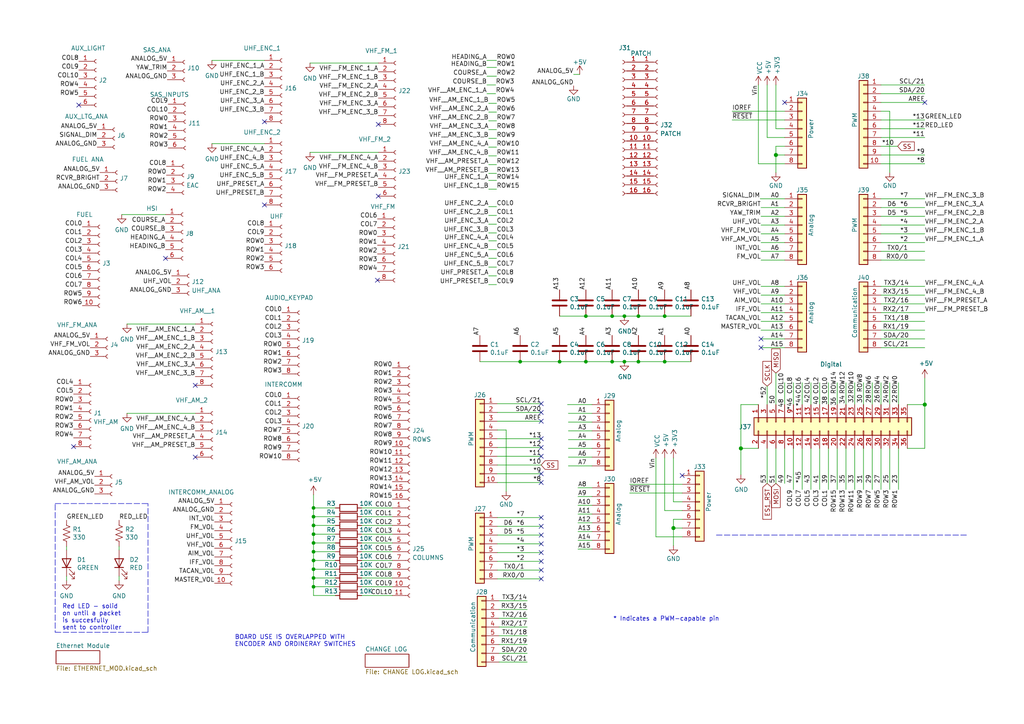
<source format=kicad_sch>
(kicad_sch (version 20211123) (generator eeschema)
  (paper "A4")
  (title_block (date "mar. 31 mars 2015"))
  (junction (at 214.884 130.048) (diameter 1.016))
  (junction (at 185.166 104.902))
  (junction (at 90.932 147.32))
  (junction (at 225.044 44.958) (diameter 1.016))
  (junction (at 181.102 104.902))
  (junction (at 169.926 91.694))
  (junction (at 90.932 157.48))
  (junction (at 90.932 149.86))
  (junction (at 90.932 165.1))
  (junction (at 150.876 104.902))
  (junction (at 177.546 104.902))
  (junction (at 90.932 152.4))
  (junction (at 90.932 167.64))
  (junction (at 181.102 91.694))
  (junction (at 90.932 154.94))
  (junction (at 185.166 91.694))
  (junction (at 169.926 104.902))
  (junction (at 177.546 91.694))
  (junction (at 90.932 160.02))
  (junction (at 192.786 91.694))
  (junction (at 162.306 104.902))
  (junction (at 90.932 162.56))
  (junction (at 195.326 153.162) (diameter 1.016))
  (junction (at 90.932 170.18))
  (junction (at 192.786 104.902))
  (junction (at 268.224 117.348) (diameter 1.016))
  (no_connect (at 156.972 122.174))
  (no_connect (at 156.972 167.894))
  (no_connect (at 156.972 119.634))
  (no_connect (at 109.728 56.896))
  (no_connect (at 21.336 129.54))
  (no_connect (at 22.86 30.48))
  (no_connect (at 156.972 162.814))
  (no_connect (at 156.972 165.354))
  (no_connect (at 156.972 117.094))
  (no_connect (at 156.972 129.794))
  (no_connect (at 109.474 81.28))
  (no_connect (at 156.972 132.334))
  (no_connect (at 56.642 132.588))
  (no_connect (at 156.972 139.954))
  (no_connect (at 220.726 98.298))
  (no_connect (at 220.726 100.838))
  (no_connect (at 156.972 152.654))
  (no_connect (at 156.972 137.414))
  (no_connect (at 56.642 111.76))
  (no_connect (at 156.972 150.114))
  (no_connect (at 197.866 137.922))
  (no_connect (at 156.972 160.274))
  (no_connect (at 156.972 155.194))
  (no_connect (at 76.708 35.306))
  (no_connect (at 156.972 127.254))
  (no_connect (at 48.006 74.93))
  (no_connect (at 227.584 29.718))
  (no_connect (at 268.224 29.718))
  (no_connect (at 76.708 59.436))
  (no_connect (at 109.728 36.068))
  (no_connect (at 156.972 157.734))
  (wire (pts (xy 255.524 75.438) (xy 268.224 75.438)))
  (wire (pts (xy 144.018 47.752) (xy 141.732 47.752)))
  (wire (pts (xy 104.902 170.18) (xy 113.792 170.18)))
  (wire (pts (xy 220.472 57.658) (xy 227.584 57.658)))
  (polyline (pts (xy 42.926 183.388) (xy 42.926 146.05)))
  (wire (pts (xy 144.272 167.894) (xy 156.972 167.894)))
  (wire (pts (xy 220.726 62.738) (xy 227.584 62.738)))
  (wire (pts (xy 190.246 155.702) (xy 190.246 132.842)))
  (wire (pts (xy 237.744 110.998) (xy 237.744 117.348)))
  (wire (pts (xy 177.546 91.694) (xy 169.926 91.694)))
  (wire (pts (xy 104.902 154.94) (xy 113.792 154.94)))
  (wire (pts (xy 141.732 52.324) (xy 144.018 52.324)))
  (wire (pts (xy 97.282 170.18) (xy 90.932 170.18)))
  (wire (pts (xy 220.726 83.058) (xy 227.584 83.058)))
  (wire (pts (xy 255.524 24.638) (xy 268.224 24.638)))
  (polyline (pts (xy 16.002 146.05) (xy 42.926 146.05)))
  (wire (pts (xy 220.726 100.838) (xy 227.584 100.838)))
  (wire (pts (xy 146.812 124.714) (xy 146.812 142.494)))
  (wire (pts (xy 144.272 160.274) (xy 156.972 160.274)))
  (wire (pts (xy 141.732 42.672) (xy 144.018 42.672)))
  (wire (pts (xy 268.224 117.348) (xy 268.224 130.048)))
  (wire (pts (xy 219.964 117.348) (xy 214.884 117.348)))
  (wire (pts (xy 220.726 90.678) (xy 227.584 90.678)))
  (wire (pts (xy 164.846 130.048) (xy 171.704 130.048)))
  (wire (pts (xy 177.546 104.902) (xy 181.102 104.902)))
  (wire (pts (xy 141.224 27.178) (xy 143.764 27.178)))
  (wire (pts (xy 245.364 110.998) (xy 245.364 117.348)))
  (wire (pts (xy 90.932 170.18) (xy 90.932 172.72)))
  (wire (pts (xy 255.524 88.138) (xy 268.224 88.138)))
  (wire (pts (xy 225.044 42.418) (xy 225.044 44.958)))
  (wire (pts (xy 141.732 72.39) (xy 144.018 72.39)))
  (wire (pts (xy 220.726 75.438) (xy 227.584 75.438)))
  (wire (pts (xy 89.916 44.196) (xy 109.728 44.196)))
  (wire (pts (xy 242.824 130.048) (xy 242.824 141.986)))
  (wire (pts (xy 164.846 135.128) (xy 171.704 135.128)))
  (wire (pts (xy 141.732 69.85) (xy 144.018 69.85)))
  (wire (pts (xy 164.846 122.428) (xy 171.704 122.428)))
  (wire (pts (xy 197.866 155.702) (xy 190.246 155.702)))
  (wire (pts (xy 225.044 108.204) (xy 225.044 117.348)))
  (wire (pts (xy 144.272 132.334) (xy 156.972 132.334)))
  (wire (pts (xy 141.732 74.93) (xy 144.018 74.93)))
  (wire (pts (xy 225.044 44.958) (xy 225.044 50.038)))
  (wire (pts (xy 200.406 104.902) (xy 192.786 104.902)))
  (wire (pts (xy 167.64 154.178) (xy 171.704 154.178)))
  (wire (pts (xy 255.524 130.048) (xy 255.524 141.986)))
  (wire (pts (xy 182.626 140.462) (xy 197.866 140.462)))
  (wire (pts (xy 225.044 37.338) (xy 227.584 37.338)))
  (wire (pts (xy 144.272 137.414) (xy 156.972 137.414)))
  (wire (pts (xy 90.932 167.64) (xy 90.932 170.18)))
  (wire (pts (xy 90.932 147.32) (xy 90.932 149.86)))
  (wire (pts (xy 182.626 143.002) (xy 197.866 143.002)))
  (wire (pts (xy 222.504 39.878) (xy 227.584 39.878)))
  (wire (pts (xy 245.364 130.048) (xy 245.364 141.986)))
  (wire (pts (xy 19.304 158.496) (xy 19.304 159.512)))
  (wire (pts (xy 222.504 24.638) (xy 222.504 39.878)))
  (wire (pts (xy 230.124 130.048) (xy 230.124 141.986)))
  (polyline (pts (xy 16.002 146.304) (xy 16.002 183.388)))
  (wire (pts (xy 252.984 130.048) (xy 252.984 141.986)))
  (wire (pts (xy 220.726 72.898) (xy 227.584 72.898)))
  (wire (pts (xy 144.272 152.654) (xy 156.972 152.654)))
  (wire (pts (xy 169.926 91.694) (xy 162.306 91.694)))
  (wire (pts (xy 255.524 34.798) (xy 268.224 34.798)))
  (wire (pts (xy 220.726 98.298) (xy 227.584 98.298)))
  (wire (pts (xy 225.044 24.638) (xy 225.044 37.338)))
  (wire (pts (xy 220.726 88.138) (xy 227.584 88.138)))
  (wire (pts (xy 255.524 57.658) (xy 268.224 57.658)))
  (wire (pts (xy 141.224 22.098) (xy 144.018 22.098)))
  (wire (pts (xy 255.524 42.418) (xy 260.35 42.418)))
  (wire (pts (xy 255.524 37.338) (xy 268.224 37.338)))
  (wire (pts (xy 227.584 110.998) (xy 227.584 117.348)))
  (wire (pts (xy 255.524 60.198) (xy 268.224 60.198)))
  (wire (pts (xy 144.78 174.244) (xy 152.908 174.244)))
  (wire (pts (xy 167.64 144.018) (xy 171.704 144.018)))
  (wire (pts (xy 192.786 132.842) (xy 192.786 148.082)))
  (wire (pts (xy 195.326 132.842) (xy 195.326 145.542)))
  (wire (pts (xy 255.524 95.758) (xy 268.224 95.758)))
  (wire (pts (xy 195.326 150.622) (xy 195.326 153.162)))
  (wire (pts (xy 97.282 162.56) (xy 90.932 162.56)))
  (wire (pts (xy 97.282 157.48) (xy 90.932 157.48)))
  (wire (pts (xy 144.78 179.324) (xy 152.908 179.324)))
  (wire (pts (xy 164.846 127.508) (xy 171.704 127.508)))
  (wire (pts (xy 181.102 91.694) (xy 185.166 91.694)))
  (wire (pts (xy 167.64 149.098) (xy 171.704 149.098)))
  (wire (pts (xy 141.732 67.564) (xy 144.018 67.564)))
  (wire (pts (xy 144.272 124.714) (xy 146.812 124.714)))
  (wire (pts (xy 214.884 117.348) (xy 214.884 130.048)))
  (wire (pts (xy 36.83 93.98) (xy 56.642 93.98)))
  (wire (pts (xy 97.282 149.86) (xy 90.932 149.86)))
  (wire (pts (xy 219.964 130.048) (xy 214.884 130.048)))
  (wire (pts (xy 35.306 62.23) (xy 48.006 62.23)))
  (wire (pts (xy 232.664 110.998) (xy 232.664 117.348)))
  (wire (pts (xy 255.524 44.958) (xy 268.224 44.958)))
  (wire (pts (xy 141.732 65.024) (xy 144.018 65.024)))
  (wire (pts (xy 141.732 35.052) (xy 144.018 35.052)))
  (wire (pts (xy 144.272 165.354) (xy 156.972 165.354)))
  (wire (pts (xy 220.726 67.818) (xy 227.584 67.818)))
  (wire (pts (xy 144.272 157.734) (xy 156.972 157.734)))
  (wire (pts (xy 36.83 119.888) (xy 56.642 119.888)))
  (wire (pts (xy 235.204 110.998) (xy 235.204 117.348)))
  (wire (pts (xy 232.664 130.048) (xy 232.664 141.986)))
  (wire (pts (xy 250.444 130.048) (xy 250.444 141.986)))
  (wire (pts (xy 227.584 130.048) (xy 227.584 140.208)))
  (wire (pts (xy 104.902 167.64) (xy 113.792 167.64)))
  (wire (pts (xy 255.524 65.278) (xy 268.224 65.278)))
  (wire (pts (xy 177.546 91.694) (xy 181.102 91.694)))
  (wire (pts (xy 242.824 110.998) (xy 242.824 117.348)))
  (wire (pts (xy 237.744 130.048) (xy 237.744 141.986)))
  (wire (pts (xy 90.932 160.02) (xy 90.932 162.56)))
  (wire (pts (xy 144.272 129.794) (xy 156.972 129.794)))
  (wire (pts (xy 220.726 70.358) (xy 227.584 70.358)))
  (wire (pts (xy 195.326 153.162) (xy 195.326 158.242)))
  (wire (pts (xy 212.344 32.258) (xy 227.584 32.258)))
  (wire (pts (xy 104.902 152.4) (xy 113.792 152.4)))
  (wire (pts (xy 144.78 176.784) (xy 152.908 176.784)))
  (wire (pts (xy 90.932 165.1) (xy 90.932 167.64)))
  (wire (pts (xy 197.866 150.622) (xy 195.326 150.622)))
  (wire (pts (xy 177.546 104.902) (xy 169.926 104.902)))
  (wire (pts (xy 104.902 162.56) (xy 113.792 162.56)))
  (wire (pts (xy 141.732 32.512) (xy 144.018 32.512)))
  (wire (pts (xy 167.64 156.718) (xy 171.704 156.718)))
  (wire (pts (xy 255.524 85.598) (xy 268.224 85.598)))
  (wire (pts (xy 268.224 109.728) (xy 268.224 117.348)))
  (wire (pts (xy 34.544 167.132) (xy 34.544 168.402)))
  (wire (pts (xy 97.282 160.02) (xy 90.932 160.02)))
  (wire (pts (xy 141.732 59.944) (xy 144.018 59.944)))
  (wire (pts (xy 90.932 162.56) (xy 90.932 165.1)))
  (wire (pts (xy 185.166 104.902) (xy 192.786 104.902)))
  (wire (pts (xy 258.064 32.258) (xy 258.064 50.038)))
  (wire (pts (xy 144.272 162.814) (xy 156.972 162.814)))
  (wire (pts (xy 255.524 100.838) (xy 268.224 100.838)))
  (wire (pts (xy 167.64 159.258) (xy 171.704 159.258)))
  (wire (pts (xy 144.78 192.024) (xy 152.908 192.024)))
  (wire (pts (xy 97.282 154.94) (xy 90.932 154.94)))
  (wire (pts (xy 255.524 29.718) (xy 268.224 29.718)))
  (wire (pts (xy 167.64 141.478) (xy 171.704 141.478)))
  (wire (pts (xy 263.144 117.348) (xy 268.224 117.348)))
  (wire (pts (xy 97.282 165.1) (xy 90.932 165.1)))
  (wire (pts (xy 260.604 110.998) (xy 260.604 117.348)))
  (wire (pts (xy 255.524 93.218) (xy 268.224 93.218)))
  (wire (pts (xy 220.726 65.278) (xy 227.584 65.278)))
  (wire (pts (xy 34.544 158.496) (xy 34.544 159.512)))
  (wire (pts (xy 144.78 186.944) (xy 152.908 186.944)))
  (wire (pts (xy 141.732 82.55) (xy 144.018 82.55)))
  (wire (pts (xy 141.224 24.638) (xy 143.764 24.638)))
  (wire (pts (xy 220.726 95.758) (xy 227.584 95.758)))
  (wire (pts (xy 167.64 151.638) (xy 171.704 151.638)))
  (wire (pts (xy 141.224 19.558) (xy 144.018 19.558)))
  (wire (pts (xy 212.344 34.798) (xy 227.584 34.798)))
  (wire (pts (xy 104.902 172.72) (xy 113.792 172.72)))
  (wire (pts (xy 255.524 83.058) (xy 268.224 83.058)))
  (wire (pts (xy 169.926 104.902) (xy 162.306 104.902)))
  (wire (pts (xy 61.468 41.656) (xy 76.708 41.656)))
  (wire (pts (xy 227.584 44.958) (xy 225.044 44.958)))
  (wire (pts (xy 89.916 18.288) (xy 109.728 18.288)))
  (wire (pts (xy 258.064 110.998) (xy 258.064 117.348)))
  (wire (pts (xy 104.902 147.32) (xy 113.792 147.32)))
  (wire (pts (xy 144.272 155.194) (xy 156.972 155.194)))
  (wire (pts (xy 141.732 40.132) (xy 144.018 40.132)))
  (wire (pts (xy 139.192 104.902) (xy 150.876 104.902)))
  (wire (pts (xy 195.326 145.542) (xy 197.866 145.542)))
  (wire (pts (xy 250.444 110.998) (xy 250.444 117.348)))
  (polyline (pts (xy 16.002 183.388) (xy 42.926 183.388)))
  (wire (pts (xy 144.272 150.114) (xy 156.972 150.114)))
  (wire (pts (xy 220.726 60.198) (xy 227.584 60.198)))
  (wire (pts (xy 255.524 110.998) (xy 255.524 117.348)))
  (wire (pts (xy 227.584 47.498) (xy 219.964 47.498)))
  (wire (pts (xy 222.504 112.014) (xy 222.504 117.348)))
  (wire (pts (xy 220.726 85.598) (xy 227.584 85.598)))
  (wire (pts (xy 230.124 110.998) (xy 230.124 117.348)))
  (wire (pts (xy 141.732 80.01) (xy 144.018 80.01)))
  (wire (pts (xy 97.282 147.32) (xy 90.932 147.32)))
  (wire (pts (xy 225.044 130.048) (xy 225.044 140.208)))
  (wire (pts (xy 247.904 110.998) (xy 247.904 117.348)))
  (wire (pts (xy 150.876 104.902) (xy 162.306 104.902)))
  (wire (pts (xy 144.018 50.292) (xy 141.732 50.292)))
  (wire (pts (xy 144.272 122.174) (xy 156.972 122.174)))
  (wire (pts (xy 240.284 110.998) (xy 240.284 117.348)))
  (wire (pts (xy 104.902 165.1) (xy 113.792 165.1)))
  (wire (pts (xy 90.932 157.48) (xy 90.932 160.02)))
  (wire (pts (xy 97.282 167.64) (xy 90.932 167.64)))
  (wire (pts (xy 247.904 130.048) (xy 247.904 141.986)))
  (wire (pts (xy 141.732 77.47) (xy 144.018 77.47)))
  (wire (pts (xy 164.846 132.588) (xy 171.704 132.588)))
  (wire (pts (xy 144.78 181.864) (xy 152.908 181.864)))
  (wire (pts (xy 144.272 127.254) (xy 156.972 127.254)))
  (wire (pts (xy 222.504 130.048) (xy 222.504 140.208)))
  (wire (pts (xy 255.524 90.678) (xy 268.224 90.678)))
  (wire (pts (xy 255.524 32.258) (xy 258.064 32.258)))
  (wire (pts (xy 185.166 91.694) (xy 192.786 91.694)))
  (wire (pts (xy 240.284 130.048) (xy 240.284 141.986)))
  (wire (pts (xy 104.902 149.86) (xy 113.792 149.86)))
  (wire (pts (xy 220.726 93.218) (xy 227.584 93.218)))
  (wire (pts (xy 90.932 149.86) (xy 90.932 152.4)))
  (wire (pts (xy 227.584 42.418) (xy 225.044 42.418)))
  (wire (pts (xy 141.732 54.864) (xy 144.018 54.864)))
  (wire (pts (xy 144.78 184.404) (xy 152.908 184.404)))
  (wire (pts (xy 255.524 39.878) (xy 268.224 39.878)))
  (wire (pts (xy 181.102 104.902) (xy 185.166 104.902)))
  (wire (pts (xy 200.406 91.694) (xy 192.786 91.694)))
  (wire (pts (xy 197.866 153.162) (xy 195.326 153.162)))
  (wire (pts (xy 144.272 139.954) (xy 156.972 139.954)))
  (wire (pts (xy 164.846 119.888) (xy 171.704 119.888)))
  (wire (pts (xy 104.902 157.48) (xy 113.792 157.48)))
  (wire (pts (xy 255.524 62.738) (xy 268.224 62.738)))
  (wire (pts (xy 144.78 189.484) (xy 152.908 189.484)))
  (wire (pts (xy 164.592 117.348) (xy 171.704 117.348)))
  (wire (pts (xy 144.272 119.634) (xy 156.972 119.634)))
  (wire (pts (xy 164.846 124.968) (xy 171.704 124.968)))
  (wire (pts (xy 255.524 98.298) (xy 268.224 98.298)))
  (wire (pts (xy 141.224 17.526) (xy 144.018 17.526)))
  (wire (pts (xy 268.224 130.048) (xy 263.144 130.048)))
  (wire (pts (xy 166.37 21.59) (xy 168.148 21.59)))
  (wire (pts (xy 90.932 152.4) (xy 90.932 154.94)))
  (wire (pts (xy 61.468 17.526) (xy 76.708 17.526)))
  (wire (pts (xy 260.604 130.048) (xy 260.604 141.986)))
  (wire (pts (xy 255.524 27.178) (xy 268.224 27.178)))
  (wire (pts (xy 90.932 143.51) (xy 90.932 147.32)))
  (wire (pts (xy 144.272 117.094) (xy 156.972 117.094)))
  (wire (pts (xy 258.064 130.048) (xy 258.064 141.986)))
  (wire (pts (xy 104.902 160.02) (xy 113.792 160.02)))
  (wire (pts (xy 255.524 70.358) (xy 268.224 70.358)))
  (wire (pts (xy 252.984 110.998) (xy 252.984 117.348)))
  (wire (pts (xy 97.282 152.4) (xy 90.932 152.4)))
  (wire (pts (xy 141.732 37.592) (xy 144.018 37.592)))
  (polyline (pts (xy 207.772 155.194) (xy 280.67 155.194)))
  (wire (pts (xy 255.524 67.818) (xy 268.224 67.818)))
  (wire (pts (xy 90.932 172.72) (xy 97.282 172.72)))
  (wire (pts (xy 141.732 62.484) (xy 144.018 62.484)))
  (wire (pts (xy 235.204 130.048) (xy 235.204 141.986)))
  (wire (pts (xy 141.732 29.972) (xy 144.018 29.972)))
  (wire (pts (xy 167.64 146.558) (xy 171.704 146.558)))
  (wire (pts (xy 90.932 154.94) (xy 90.932 157.48)))
  (wire (pts (xy 255.524 72.898) (xy 268.224 72.898)))
  (wire (pts (xy 141.732 45.212) (xy 144.018 45.212)))
  (wire (pts (xy 219.964 47.498) (xy 219.964 24.638)))
  (wire (pts (xy 214.884 130.048) (xy 214.884 137.668)))
  (wire (pts (xy 144.272 134.874) (xy 156.972 134.874)))
  (wire (pts (xy 192.786 148.082) (xy 197.866 148.082)))
  (wire (pts (xy 19.304 167.132) (xy 19.304 168.402)))
  (wire (pts (xy 255.524 47.498) (xy 268.224 47.498)))
  (text "BOARD USE IS OVERLAPPED WITH\nENCODER AND ORDINERAY SWITCHES" (at 68.072 187.706 0) (effects (font (size 1.27 1.27)) (justify left bottom)))
  (text "Red LED - solid\non until a packet\nis succesfully \nsent to controller" (at 18.034 182.88 0) (effects (font (size 1.27 1.27)) (justify left bottom)))
  (text "* Indicates a PWM-capable pin" (at 177.8 180.34 0) (effects (font (size 1.27 1.27)) (justify left bottom)))
  (text "correct intercomm" (at 95.758 232.664 0) (effects (font (size 5 5)) (justify left bottom)))
  (label "VHF__FM_ENC_4_A" (at 268.224 83.058 0))
  (label "A10" (at 223.52 88.138 0))
  (label "RCVR_BRIGHT" (at 28.956 52.578 180))
  (label "*6" (at 152.146 152.654 180))
  (label "VHF_VOL" (at 220.726 85.598 180))
  (label "RX0{slash}0" (at 263.398 75.438 180))
  (label "COL6" (at 109.474 63.5 180))
  (label "A15" (at 223.52 100.838 0))
  (label "ROW9" (at 113.792 129.54 180))
  (label "ROW5" (at 113.792 119.38 180))
  (label "ROW12" (at 144.018 47.752 0))
  (label "ROW2" (at 21.336 121.92 180))
  (label "D6" (at 146.05 152.654 0))
  (label "ROW4" (at 255.524 114.3 90))
  (label "COL3" (at 237.744 141.986 270))
  (label "ROW3" (at 76.708 78.486 180))
  (label "UHF_ENC_3_B" (at 76.708 32.766 180))
  (label "COL3" (at 81.788 98.298 180))
  (label "A2" (at 223.52 62.738 0))
  (label "RX2{slash}17" (at 263.652 90.678 180))
  (label "A6" (at 150.876 97.282 90))
  (label "ANALOG_5V" (at 166.37 21.59 180))
  (label "VHF__FM_PRESET_B" (at 268.224 90.678 0))
  (label "UHF_PRESET_A" (at 76.708 54.356 180))
  (label "VHF__AM_ENC_3_A" (at 56.642 106.68 180))
  (label "A10" (at 167.64 146.558 0))
  (label "ROW3" (at 81.788 108.458 180))
  (label "*4" (at 263.398 65.278 180))
  (label "*8" (at 156.972 139.954 180))
  (label "COL2" (at 237.744 114.3 90))
  (label "COL10" (at 22.86 22.86 180))
  (label "ANALOG_5V" (at 27.432 138.176 180))
  (label "ROW15" (at 113.792 144.78 180))
  (label "COL1" (at 81.788 118.11 180))
  (label "D5" (at 257.302 62.738 0))
  (label "COL8" (at 48.26 48.26 180))
  (label "COL7" (at 113.792 165.1 180))
  (label "VHF__FM_ENC_4_B" (at 268.224 85.598 0))
  (label "ROW0" (at 260.604 114.3 90))
  (label "ROW2" (at 258.064 114.3 90))
  (label "A9" (at 167.64 144.018 0))
  (label "VHF__FM_PRESET_A" (at 109.728 51.816 180))
  (label "ROW8" (at 113.792 127 180))
  (label "COL10" (at 113.792 172.72 180))
  (label "COL2" (at 81.788 120.65 180))
  (label "RX3{slash}15" (at 152.908 176.784 180))
  (label "VHF__AM_ENC_2_A" (at 141.732 32.512 180))
  (label "ROW1" (at 48.26 53.34 180))
  (label "SDA{slash}20" (at 263.652 98.298 180))
  (label "26" (at 255.524 114.3 270))
  (label "COL0" (at 144.018 59.944 0))
  (label "UHF_ENC_1_A" (at 76.708 20.066 180))
  (label "RX1{slash}19" (at 152.908 186.944 180))
  (label "31" (at 250.444 140.208 90))
  (label "TACAN_VOL" (at 62.23 166.624 180))
  (label "COL5" (at 113.792 160.02 180))
  (label "VHF__FM_ENC_1_B" (at 109.728 23.368 180))
  (label "*2" (at 152.146 162.814 180))
  (label "22" (at 260.604 114.3 270))
  (label "COL4" (at 144.018 69.85 0))
  (label "A9" (at 192.786 84.074 90))
  (label "ROW6" (at 144.018 32.512 0))
  (label "COL2" (at 144.018 65.024 0))
  (label "ROW5" (at 255.524 141.986 270))
  (label "33" (at 247.904 140.208 90))
  (label "ROW0" (at 48.26 50.8 180))
  (label "36" (at 242.824 115.062 270))
  (label "MASTER_VOL" (at 62.23 169.164 180))
  (label "ROW14" (at 242.824 114.3 90))
  (label "*2" (at 263.398 70.358 180))
  (label "ROW1" (at 81.788 103.378 180))
  (label "ROW7" (at 81.788 125.73 180))
  (label "ROW3" (at 109.474 76.2 180))
  (label "Vin" (at 190.246 132.842 270))
  (label "ROW1" (at 21.336 119.38 180))
  (label "INT_VOL" (at 62.23 151.384 180))
  (label "VHF__FM_ENC_4_B" (at 109.728 49.276 180))
  (label "UHF_PRESET_A" (at 141.732 80.01 180))
  (label "UHF_ENC_4_A" (at 76.708 44.196 180))
  (label "*13" (at 156.972 127.254 180))
  (label "ROW14" (at 144.018 52.324 0))
  (label "VHF__AM_PRESET_B" (at 56.642 130.048 180))
  (label "A1" (at 167.64 119.888 0))
  (label "TX1{slash}18" (at 263.652 93.218 180))
  (label "A4" (at 167.64 127.508 0))
  (label "ROW9" (at 81.788 130.81 180))
  (label "ROW2" (at 48.768 40.386 180))
  (label "*44" (at 232.664 114.3 270))
  (label "A3" (at 223.52 65.278 0))
  (label "ROW0" (at 109.474 68.58 180))
  (label "COL4" (at 23.876 75.946 180))
  (label "UHF_ENC_1_B" (at 141.732 54.864 180))
  (label "ROW7" (at 113.792 124.46 180))
  (label "COL0" (at 240.284 114.3 90))
  (label "UHF_ENC_1_A" (at 141.732 52.324 180))
  (label "SIGNAL_DIM" (at 28.194 40.132 180))
  (label "ROW9" (at 250.444 141.986 270))
  (label "COL9" (at 22.86 20.32 180))
  (label "A2" (at 167.64 122.428 0))
  (label "RED_LED" (at 268.224 37.338 0))
  (label "*5" (at 152.146 155.194 180))
  (label "COL9" (at 76.708 68.326 180))
  (label "*13" (at 268.224 34.798 180))
  (label "COL9" (at 48.768 30.226 180))
  (label "VHF__AM_PRESET_A" (at 141.732 47.752 180))
  (label "ROW1" (at 76.708 73.406 180))
  (label "AIM_VOL" (at 220.726 88.138 180))
  (label "COL8" (at 22.86 17.78 180))
  (label "A2" (at 185.166 97.282 90))
  (label "ROW1" (at 109.474 71.12 180))
  (label "ROW5" (at 144.018 29.972 0))
  (label "*52" (at 222.504 112.014 270))
  (label "*12" (at 268.224 37.338 180))
  (label "ROW7" (at 144.018 35.052 0))
  (label "COL1" (at 144.018 62.484 0))
  (label "COL10" (at 48.768 32.766 180))
  (label "40" (at 237.744 114.808 270))
  (label "VHF_VOL" (at 62.23 159.004 180))
  (label "*10" (at 156.972 134.874 180))
  (label "COL7" (at 109.474 66.04 180))
  (label "GREEN_LED" (at 19.304 150.876 0))
  (label "~{RESET}" (at 212.344 34.798 0))
  (label "COL1" (at 81.788 93.218 180))
  (label "D6" (at 257.302 60.198 0))
  (label "COL6" (at 113.792 162.56 180))
  (label "VHF_AM_VOL" (at 27.432 140.716 180))
  (label "ROW6" (at 23.876 88.646 180))
  (label "VHF__FM_ENC_3_B" (at 268.224 57.658 0))
  (label "SDA{slash}20" (at 156.972 119.634 180))
  (label "ROW13" (at 144.018 50.292 0))
  (label "ROW1" (at 144.018 19.558 0))
  (label "35" (at 245.364 140.208 90))
  (label "COL3" (at 81.788 123.19 180))
  (label "ROW10" (at 247.904 114.3 90))
  (label "ROW2" (at 109.474 73.66 180))
  (label "COL3" (at 23.876 73.406 180))
  (label "A5" (at 167.64 130.048 0))
  (label "ROW0" (at 113.792 106.68 180))
  (label "COL6" (at 23.876 81.026 180))
  (label "VHF_AM_VOL" (at 220.726 70.358 180))
  (label "A7" (at 139.192 97.282 90))
  (label "UHF_ENC_1_B" (at 76.708 22.606 180))
  (label "ROW3" (at 21.336 124.46 180))
  (label "UHF_ENC_2_B" (at 76.708 27.686 180))
  (label "ROW3" (at 48.768 42.926 180))
  (label "COL0" (at 23.876 65.786 180))
  (label "*10" (at 259.334 42.418 180))
  (label "ROW1" (at 260.604 141.986 270))
  (label "A0" (at 167.64 117.348 0))
  (label "ROW7" (at 252.984 141.986 270))
  (label "*4" (at 152.146 157.734 180))
  (label "D5" (at 146.05 155.194 0))
  (label "INT_VOL" (at 220.726 72.898 180))
  (label "VHF__AM_ENC_2_B" (at 141.732 35.052 180))
  (label "VHF__FM_PRESET_B" (at 109.728 54.356 180))
  (label "ROW12" (at 113.792 137.16 180))
  (label "ROW5" (at 23.876 86.106 180))
  (label "VHF__AM_ENC_1_A" (at 141.224 27.178 180))
  (label "*12" (at 156.972 129.794 180))
  (label "COURSE_B" (at 141.224 24.638 180))
  (label "ANALOG_5V" (at 62.23 146.304 180))
  (label "VHF__FM_ENC_1_B" (at 268.224 67.818 0))
  (label "COL6" (at 144.018 74.93 0))
  (label "ROW4" (at 113.792 116.84 180))
  (label "VHF__AM_ENC_3_A" (at 141.732 37.592 180))
  (label "ROW11" (at 247.904 141.986 270))
  (label "ROW2" (at 48.26 55.88 180))
  (label "28" (at 252.984 114.3 270))
  (label "ANALOG_5V" (at 28.194 37.592 180))
  (label "ANALOG_5V" (at 48.514 18.034 180))
  (label "COL7" (at 232.664 141.986 270))
  (label "ROW2" (at 144.018 22.098 0))
  (label "UHF_PRESET_B" (at 141.732 82.55 180))
  (label "UHF_VOL" (at 220.726 65.278 180))
  (label "RED_LED" (at 34.544 150.876 0))
  (label "UHF_PRESET_B" (at 76.708 56.896 180))
  (label "ROW0" (at 76.708 70.866 180))
  (label "TX3{slash}14" (at 152.908 174.244 180))
  (label "*9" (at 156.972 137.414 180))
  (label "VHF__AM_ENC_4_A" (at 141.732 42.672 180))
  (label "23" (at 260.604 140.208 90))
  (label "COL6" (at 232.664 114.3 90))
  (label "COL5" (at 21.336 114.3 180))
  (label "ROW15" (at 144.018 54.864 0))
  (label "VHF__AM_ENC_3_B" (at 141.732 40.132 180))
  (label "ANALOG_GND" (at 49.784 85.09 180))
  (label "A1" (at 192.786 97.282 90))
  (label "A15" (at 167.64 159.258 0))
  (label "A3" (at 177.546 97.282 90))
  (label "VHF__AM_PRESET_B" (at 141.732 50.292 180))
  (label "UHF_VOL" (at 49.784 82.55 180))
  (label "SCL{slash}21" (at 152.908 192.024 180))
  (label "GREEN_LED" (at 268.224 34.798 0))
  (label "29" (at 252.984 140.208 90))
  (label "UHF_ENC_5_B" (at 76.708 51.816 180))
  (label "A13" (at 223.52 95.758 0))
  (label "COURSE_A" (at 141.224 22.098 180))
  (label "ROW9" (at 144.018 40.132 0))
  (label "ROW0" (at 48.768 35.306 180))
  (label "41" (at 237.744 140.208 90))
  (label "UHF_ENC_3_A" (at 141.732 65.024 180))
  (label "ROW3" (at 258.064 141.986 270))
  (label "30" (at 250.444 114.3 270))
  (label "47" (at 230.124 140.208 90))
  (label "34" (at 245.364 114.554 270))
  (label "FM_VOL" (at 220.726 75.438 180))
  (label "*45" (at 232.664 140.208 90))
  (label "COL5" (at 23.876 78.486 180))
  (label "ROW8" (at 81.788 128.27 180))
  (label "ROW0" (at 144.018 17.526 0))
  (label "ANALOG_GND" (at 48.514 23.114 180))
  (label "38" (at 240.284 114.808 270))
  (label "ROW10" (at 81.788 133.35 180))
  (label "ROW13" (at 245.364 141.986 270))
  (label "ROW4" (at 143.764 27.178 0))
  (label "A12" (at 167.64 151.638 0))
  (label "51" (at 225.044 140.208 90))
  (label "ROW2" (at 81.788 105.918 180))
  (label "VHF__AM_ENC_1_B" (at 56.642 99.06 180))
  (label "ANALOG_GND" (at 28.956 55.118 180))
  (label "ANALOG_5V" (at 28.956 50.038 180))
  (label "VHF__AM_ENC_2_B" (at 56.642 104.14 180))
  (label "ROW0" (at 81.788 100.838 180))
  (label "COL2" (at 81.788 95.758 180))
  (label "UHF_ENC_5_B" (at 141.732 77.47 180))
  (label "*7" (at 263.398 57.658 180))
  (label "SDA{slash}20" (at 268.224 27.178 180))
  (label "COL5" (at 144.018 72.39 0))
  (label "*8" (at 268.224 47.498 180))
  (label "ROW5" (at 22.86 27.94 180))
  (label "VHF__AM_ENC_2_A" (at 56.642 101.6 180))
  (label "ROW10" (at 113.792 132.08 180))
  (label "COL2" (at 23.876 70.866 180))
  (label "ROW11" (at 144.018 45.212 0))
  (label "ROW8" (at 144.018 37.592 0))
  (label "HEADING_B" (at 48.006 72.39 180))
  (label "ROW10" (at 144.018 42.672 0))
  (label "ROW6" (at 252.984 114.3 90))
  (label "COL9" (at 230.124 141.986 270))
  (label "COL4" (at 235.204 114.3 90))
  (label "ROW4" (at 109.474 78.74 180))
  (label "VHF__FM_PRESET_A" (at 268.224 88.138 0))
  (label "VHF__FM_ENC_3_A" (at 109.728 30.988 180))
  (label "A13" (at 162.306 84.074 90))
  (label "ANALOG_GND" (at 26.162 103.378 180))
  (label "VHF__AM_ENC_1_A" (at 56.642 96.52 180))
  (label "RX2{slash}17" (at 152.908 181.864 180))
  (label "ANALOG_5V" (at 49.784 80.01 180))
  (label "A9" (at 223.52 85.598 0))
  (label "UHF_ENC_2_A" (at 141.732 59.944 180))
  (label "ANALOG_5V" (at 26.162 98.298 180))
  (label "SCL{slash}21" (at 156.972 117.094 180))
  (label "RX0{slash}0" (at 152.146 167.894 180))
  (label "A10" (at 185.166 84.074 90))
  (label "UHF_ENC_2_A" (at 76.708 25.146 180))
  (label "*11" (at 268.224 39.878 180))
  (label "ROW4" (at 22.86 25.4 180))
  (label "*3" (at 263.398 67.818 180))
  (label "SIGNAL_DIM" (at 220.472 57.658 180))
  (label "COL4" (at 21.336 111.76 180))
  (label "UHF_ENC_4_B" (at 141.732 72.39 180))
  (label "UHF_VOL" (at 62.23 156.464 180))
  (label "FM_VOL" (at 62.23 153.924 180))
  (label "COL0" (at 81.788 115.57 180))
  (label "ROW2" (at 113.792 111.76 180))
  (label "A6" (at 223.52 72.898 0))
  (label "ANALOG_GND" (at 27.432 143.256 180))
  (label "TX1{slash}18" (at 152.908 184.404 180))
  (label "42" (at 235.204 114.3 270))
  (label "COL1" (at 240.284 141.986 270))
  (label "A1" (at 223.52 60.198 0))
  (label "53" (at 222.504 140.208 90))
  (label "SDA{slash}20" (at 152.908 189.484 180))
  (label "TX0{slash}1" (at 263.398 72.898 180))
  (label "A13" (at 167.64 154.178 0))
  (label "COL8" (at 76.708 65.786 180))
  (label "24" (at 258.064 114.3 270))
  (label "RCVR_BRIGHT" (at 220.726 60.198 180))
  (label "VHF__FM_ENC_1_A" (at 268.224 70.358 0))
  (label "RX1{slash}19" (at 263.652 95.758 180))
  (label "COL3" (at 144.018 67.564 0))
  (label "A0" (at 200.406 97.282 90))
  (label "IOREF" (at 182.626 140.462 0))
  (label "A12" (at 169.926 84.074 90))
  (label "A0" (at 223.52 57.658 0))
  (label "COL7" (at 23.876 83.566 180))
  (label "AREF" (at 268.224 29.718 180))
  (label "UHF_ENC_4_A" (at 141.732 69.85 180))
  (label "COL9" (at 113.792 170.18 180))
  (label "VHF__FM_ENC_2_A" (at 268.224 65.278 0))
  (label "A14" (at 223.52 98.298 0))
  (label "39" (at 240.284 140.208 90))
  (label "A8" (at 223.52 83.058 0))
  (label "A7" (at 167.64 135.128 0))
  (label "ROW11" (at 113.792 134.62 180))
  (label "VHF_FM_VOL" (at 26.162 100.838 180))
  (label "ROW1" (at 48.768 37.846 180))
  (label "ROW12" (at 245.364 114.3 90))
  (label "TACAN_VOL" (at 220.726 93.218 180))
  (label "Vin" (at 219.964 24.638 270))
  (label "A11" (at 177.546 84.074 90))
  (label "A6" (at 167.64 132.588 0))
  (label "COL7" (at 144.018 77.47 0))
  (label "27" (at 255.524 140.208 90))
  (label "VHF__FM_ENC_2_B" (at 268.224 62.738 0))
  (label "VHF__AM_ENC_3_B" (at 56.642 109.22 180))
  (label "ROW3" (at 113.792 114.3 180))
  (label "37" (at 242.824 140.208 90))
  (label "25" (at 258.064 140.208 90))
  (label "*6" (at 263.398 60.198 180))
  (label "VHF__AM_ENC_4_B" (at 56.642 124.968 180))
  (label "ROW6" (at 113.792 121.92 180))
  (label "UHF_ENC_5_A" (at 141.732 74.93 180))
  (label "*46" (at 230.124 115.316 270))
  (label "ROW15" (at 242.824 141.986 270))
  (label "COL9" (at 144.018 82.55 0))
  (label "SCL{slash}21" (at 268.224 24.638 180))
  (label "COL8" (at 230.124 114.3 90))
  (label "*9" (at 268.224 44.958 180))
  (label "~{RESET}" (at 182.626 143.002 0))
  (label "ROW1" (at 113.792 109.22 180))
  (label "VHF__AM_ENC_1_B" (at 141.732 29.972 180))
  (label "ANALOG_GND" (at 62.23 148.844 180))
  (label "UHF_ENC_5_A" (at 76.708 49.276 180))
  (label "ROW8" (at 250.444 113.792 90))
  (label "UHF_VOL" (at 220.726 83.058 180))
  (label "ROW2" (at 76.708 75.946 180))
  (label "50" (at 225.044 114.554 270))
  (label "TX2{slash}16" (at 263.652 88.138 180))
  (label "HEADING_B" (at 141.224 19.558 180))
  (label "COL0" (at 113.792 147.32 180))
  (label "COL4" (at 113.792 157.48 180))
  (label "COL0" (at 81.788 90.678 180))
  (label "IFF_VOL" (at 62.23 164.084 180))
  (label "ROW13" (at 113.792 139.7 180))
  (label "AIM_VOL" (at 62.23 161.544 180))
  (label "YAW_TRIM" (at 220.726 62.738 180))
  (label "VHF__FM_ENC_3_A" (at 268.224 60.198 0))
  (label "HEADING_A" (at 141.224 17.526 180))
  (label "TX0{slash}1" (at 152.146 165.354 180))
  (label "VHF_FM_VOL" (at 220.726 67.818 180))
  (label "COL10" (at 227.584 114.3 90))
  (label "UHF_ENC_3_B" (at 141.732 67.564 180))
  (label "COL1" (at 113.792 149.86 180))
  (label "A8" (at 200.406 84.074 90))
  (label "ROW0" (at 21.336 116.84 180))
  (label "*5" (at 263.398 62.738 180))
  (label "*11" (at 156.972 132.334 180))
  (label "COL1" (at 23.876 68.326 180))
  (label "ROW14" (at 113.792 142.24 180))
  (label "VHF__AM_PRESET_A" (at 56.642 127.508 180))
  (label "YAW_TRIM" (at 48.514 20.574 180))
  (label "AREF" (at 156.972 122.174 180))
  (label "ANALOG_GND" (at 28.194 42.672 180))
  (label "HEADING_A" (at 48.006 69.85 180))
  (label "COL5" (at 235.204 141.986 270))
  (label "VHF__AM_ENC_4_A" (at 56.642 122.428 180))
  (label "IOREF" (at 212.344 32.258 0))
  (label "TX2{slash}16" (at 152.908 179.324 180))
  (label "*7" (at 152.146 150.114 180))
  (label "VHF__FM_ENC_3_B" (at 109.728 33.528 180))
  (label "COURSE_A" (at 48.006 64.77 180))
  (label "A7" (at 223.52 75.438 0))
  (label "COURSE_B" (at 48.006 67.31 180))
  (label "UHF_ENC_4_B" (at 76.708 46.736 180))
  (label "A3" (at 167.64 124.968 0))
  (label "A11" (at 223.52 90.678 0))
  (label "A4" (at 223.52 67.818 0))
  (label "49" (at 227.584 140.208 90))
  (label "VHF__FM_ENC_1_A" (at 109.728 20.828 180))
  (label "COL2" (at 113.792 152.4 180))
  (label "A5" (at 162.306 97.282 90))
  (label "A5" (at 223.52 70.358 0))
  (label "RX3{slash}15" (at 263.652 85.598 180))
  (label "ROW3" (at 143.764 24.638 0))
  (label "ANALOG_GND" (at 166.37 24.892 180))
  (label "VHF__FM_ENC_2_A" (at 109.728 25.908 180))
  (label "COL3" (at 113.792 154.94 180))
  (label "IFF_VOL" (at 220.726 90.678 180))
  (label "TX3{slash}14" (at 263.652 83.058 180))
  (label "MASTER_VOL" (at 220.726 95.758 180))
  (label "VHF__FM_ENC_2_B" (at 109.728 28.448 180))
  (label "A11" (at 167.64 149.098 0))
  (label "VHF__AM_ENC_4_B" (at 141.732 45.212 180))
  (label "A8" (at 167.64 141.478 0))
  (label "COL8" (at 144.018 80.01 0))
  (label "A4" (at 169.926 97.282 90))
  (label "*3" (at 152.146 160.274 180))
  (label "ROW4" (at 21.336 127 180))
  (label "COL8" (at 113.792 167.64 180))
  (label "VHF__FM_ENC_4_A" (at 109.728 46.736 180))
  (label "UHF_ENC_3_A" (at 76.708 30.226 180))
  (label "32" (at 247.904 114.3 270))
  (label "43" (at 235.204 140.208 90))
  (label "A12" (at 223.52 93.218 0))
  (label "A14" (at 167.64 156.718 0))
  (label "UHF_ENC_2_B" (at 141.732 62.484 180))
  (label "SCL{slash}21" (at 263.652 100.838 180))
  (label "48" (at 227.584 115.57 270))
  (global_label "SS" (shape input) (at 156.972 134.874 0) (property "Intersheet References" "${INTERSHEET_REFS}" (effects hide)))
  (global_label "SS" (shape input) (at 260.35 42.418 0) (property "Intersheet References" "${INTERSHEET_REFS}" (effects hide)))
  (global_label "ES1_RST" (shape input) (at 222.504 140.208 270) (property "Intersheet References" "${INTERSHEET_REFS}" (effects hide)))
  (global_label "MISO" (shape input) (at 225.044 108.204 90) (property "Intersheet References" "${INTERSHEET_REFS}" (effects hide)))
  (global_label "MOSI" (shape input) (at 225.044 140.208 270) (property "Intersheet References" "${INTERSHEET_REFS}" (effects hide)))
  (global_label "SCLK" (shape input) (at 222.504 112.014 90) (property "Intersheet References" "${INTERSHEET_REFS}" (effects hide)))
  (symbol (lib_id "Connector_Generic:Conn_01x08") (at 232.664 37.338 0) (unit 1)
    (property "Reference" "J34" (at 232.664 27.178 0))
    (property "Value" "Power" (at 235.204 37.338 90))
    (property "Footprint" "Connector_PinSocket_2.54mm:PinSocket_1x08_P2.54mm_Vertical" (effects hide))
  )
  (symbol (lib_id "power:+3V3") (at 225.044 24.638 0) (unit 1)
    (property "Reference" "#PWR023" (effects hide))
    (property "Value" "+3.3V" (at 225.425 21.59 90) (effects (justify left)))
  )
  (symbol (lib_id "power:+5V") (at 222.504 24.638 0) (unit 1)
    (property "Reference" "#PWR022" (effects hide))
    (property "Value" "+5V" (at 222.8596 21.59 90) (effects (justify left)))
  )
  (symbol (lib_id "power:GND") (at 225.044 50.038 0) (unit 1)
    (property "Reference" "#PWR024" (effects hide))
    (property "Value" "GND" (at 225.044 53.848 0))
  )
  (symbol (lib_id "Connector_Generic:Conn_01x10") (at 250.444 34.798 0) (mirror y) (unit 1)
    (property "Reference" "J38" (at 250.444 22.098 0))
    (property "Value" "PWM" (at 247.904 34.798 90))
    (property "Footprint" "Connector_PinSocket_2.54mm:PinSocket_1x10_P2.54mm_Vertical" (effects hide))
  )
  (symbol (lib_id "power:GND") (at 258.064 50.038 0) (unit 1)
    (property "Reference" "#PWR025" (effects hide))
    (property "Value" "GND" (at 258.064 53.848 0))
  )
  (symbol (lib_id "Connector_Generic:Conn_01x08") (at 232.664 65.278 0) (unit 1)
    (property "Reference" "J35" (at 232.664 55.118 0))
    (property "Value" "Analog" (at 235.204 65.278 90))
    (property "Footprint" "Connector_PinSocket_2.54mm:PinSocket_1x08_P2.54mm_Vertical" (effects hide))
  )
  (symbol (lib_id "Connector_Generic:Conn_01x08") (at 250.444 65.278 0) (mirror y) (unit 1)
    (property "Reference" "J39" (at 250.444 55.118 0))
    (property "Value" "PWM" (at 247.904 65.278 90))
    (property "Footprint" "Connector_PinSocket_2.54mm:PinSocket_1x08_P2.54mm_Vertical" (effects hide))
  )
  (symbol (lib_id "Connector_Generic:Conn_01x08") (at 232.664 90.678 0) (unit 1)
    (property "Reference" "J36" (at 232.664 80.518 0))
    (property "Value" "Analog" (at 235.204 90.678 90))
    (property "Footprint" "Connector_PinSocket_2.54mm:PinSocket_1x08_P2.54mm_Vertical" (effects hide))
  )
  (symbol (lib_id "Connector_Generic:Conn_01x08") (at 250.444 90.678 0) (mirror y) (unit 1)
    (property "Reference" "J40" (at 250.444 80.518 0))
    (property "Value" "Communication" (at 247.904 90.678 90))
    (property "Footprint" "Connector_PinSocket_2.54mm:PinSocket_1x08_P2.54mm_Vertical" (effects hide))
  )
  (symbol (lib_id "Connector_Generic:Conn_02x18_Odd_Even") (at 240.284 122.428 90) (mirror x) (unit 1)
    (property "Reference" "J37" (at 217.9319 123.8186 90) (effects (justify left)))
    (property "Value" "Digital" (at 241.046 105.664 90))
    (property "Footprint" "Connector_PinSocket_2.54mm:PinSocket_2x18_P2.54mm_Vertical" (effects hide))
  )
  (symbol (lib_id "power:GND") (at 214.884 137.668 0) (unit 1)
    (property "Reference" "#PWR020" (effects hide))
    (property "Value" "GND" (at 214.9983 141.9924 0))
  )
  (symbol (lib_id "power:+5V") (at 268.224 109.728 0) (unit 1)
    (property "Reference" "#PWR026" (effects hide))
    (property "Value" "+5V" (at 268.5923 105.4036 0))
  )
  (symbol (lib_id "Connector:Conn_01x16_Female") (at 118.872 124.46 0) (unit 1)
    (property "Reference" "J24" (at 119.5832 124.8953 0) (effects (justify left)))
    (property "Value" "ROWS" (at 119.5832 127.4322 0) (effects (justify left)))
    (property "Footprint" "Connector_PinHeader_2.54mm:PinHeader_1x16_P2.54mm_Vertical" (effects hide))
  )
  (symbol (lib_id "Connector:Conn_01x16_Female") (at 190.754 35.814 0) (unit 1)
    (property "Reference" "J32" (at 191.4652 36.2493 0) (effects (justify left)))
    (property "Value" "PATCH" (at 191.4652 38.7862 0) (effects (justify left)))
    (property "Footprint" "Connector_PinHeader_2.54mm:PinHeader_1x16_P2.54mm_Vertical" (effects hide))
  )
  (symbol (lib_id "Device:R") (at 101.092 162.56 90) (unit 1)
    (property "Reference" "R9" (at 96.012 161.29 90))
    (property "Value" "10K" (at 106.172 161.29 90))
    (property "Footprint" "Resistor_THT:R_Axial_DIN0204_L3.6mm_D1.6mm_P2.54mm_Vertical" (effects hide))
  )
  (symbol (lib_id "Connector:Conn_01x08_Female") (at 86.868 98.298 0) (unit 1)
    (property "Reference" "J19" (at 87.5792 98.7333 0) (effects (justify left)))
    (property "Value" "AUDIO_KEYPAD" (at 76.962 86.36 0) (effects (justify left)))
    (property "Footprint" "Connector_Molex:Molex_KK-254_AE-6410-08A_1x08_P2.54mm_Vertical" (effects hide))
  )
  (symbol (lib_id "Connector:Conn_01x06_Female") (at 81.788 70.866 0) (unit 1)
    (property "Reference" "J18" (at 82.4992 71.3013 0) (effects (justify left)))
    (property "Value" "UHF" (at 78.232 62.738 0) (effects (justify left)))
    (property "Footprint" "Connector_Molex:Molex_KK-254_AE-6410-06A_1x06_P2.54mm_Vertical" (effects hide))
  )
  (symbol (lib_id "Connector:Conn_01x03_Female") (at 33.274 40.132 0) (unit 1)
    (property "Reference" "J6" (at 33.9852 39.2973 0) (effects (justify left)))
    (property "Value" "AUX_LTG_ANA" (at 18.796 33.782 0) (effects (justify left)))
    (property "Footprint" "Connector_Molex:Molex_KK-254_AE-6410-03A_1x03_P2.54mm_Vertical" (effects hide))
  )
  (symbol (lib_id "Connector:Conn_01x08_Female") (at 26.416 119.38 0) (unit 1)
    (property "Reference" "J1" (at 27.1272 119.8153 0) (effects (justify left)))
    (property "Value" "VHF_AM" (at 27.1272 122.3522 0) (effects (justify left)))
    (property "Footprint" "Connector_Molex:Molex_KK-254_AE-6410-08A_1x08_P2.54mm_Vertical" (effects hide))
  )
  (symbol (lib_id "Device:R_US") (at 34.544 154.686 0) (unit 1)
    (property "Reference" "R2" (at 36.2712 153.5176 0) (effects (justify left)))
    (property "Value" "330" (at 36.2712 155.829 0) (effects (justify left)))
    (property "Footprint" "Resistor_THT:R_Axial_DIN0204_L3.6mm_D1.6mm_P2.54mm_Vertical" (effects hide))
  )
  (symbol (lib_id "Connector:Conn_01x10_Female") (at 67.31 156.464 0) (unit 1)
    (property "Reference" "J15" (at 68.0212 156.8993 0) (effects (justify left)))
    (property "Value" "INTERCOMM_ANALOG" (at 48.768 142.748 0) (effects (justify left)))
    (property "Footprint" "Connector_Molex:Molex_KK-254_AE-6410-10A_1x10_P2.54mm_Vertical" (effects hide))
  )
  (symbol (lib_id "Connector:Conn_01x03_Female") (at 31.242 100.838 0) (unit 1)
    (property "Reference" "J4" (at 31.9532 100.0033 0) (effects (justify left)))
    (property "Value" "VHF_FM_ANA" (at 16.51 94.234 0) (effects (justify left)))
    (property "Footprint" "Connector_Molex:Molex_KK-254_AE-6410-03A_1x03_P2.54mm_Vertical" (effects hide))
  )
  (symbol (lib_id "Connector_Generic:Conn_01x08") (at 202.946 145.542 0) (unit 1)
    (property "Reference" "J33" (at 202.946 135.382 0))
    (property "Value" "Power" (at 205.486 145.542 90))
    (property "Footprint" "Connector_PinSocket_2.54mm:PinSocket_1x08_P2.54mm_Vertical" (effects hide))
  )
  (symbol (lib_id "power:+5V") (at 192.786 132.842 0) (unit 1)
    (property "Reference" "#PWR017" (effects hide))
    (property "Value" "+5V" (at 193.1416 129.794 90) (effects (justify left)))
  )
  (symbol (lib_id "power:GND") (at 146.812 142.494 0) (unit 1)
    (property "Reference" "#PWR011" (effects hide))
    (property "Value" "GND" (at 146.812 146.304 0))
  )
  (symbol (lib_id "power:GND") (at 36.83 119.888 0) (unit 1)
    (property "Reference" "#PWR05" (effects hide))
    (property "Value" "GND" (at 36.83 124.3314 0))
  )
  (symbol (lib_id "Device:R_US") (at 19.304 154.686 0) (unit 1)
    (property "Reference" "R1" (at 21.0312 153.5176 0) (effects (justify left)))
    (property "Value" "330" (at 21.0312 155.829 0) (effects (justify left)))
    (property "Footprint" "Resistor_THT:R_Axial_DIN0204_L3.6mm_D1.6mm_P2.54mm_Vertical" (effects hide))
  )
  (symbol (lib_id "Device:R") (at 101.092 170.18 90) (unit 1)
    (property "Reference" "R12" (at 96.012 168.91 90))
    (property "Value" "10K" (at 106.172 168.91 90))
    (property "Footprint" "Resistor_THT:R_Axial_DIN0204_L3.6mm_D1.6mm_P2.54mm_Vertical" (effects hide))
  )
  (symbol (lib_id "Connector:Conn_01x08_Female") (at 114.554 71.12 0) (unit 1)
    (property "Reference" "J21" (at 115.2652 71.5553 0) (effects (justify left)))
    (property "Value" "VHF_FM" (at 107.442 59.944 0) (effects (justify left)))
    (property "Footprint" "Connector_Molex:Molex_KK-254_AE-6410-08A_1x08_P2.54mm_Vertical" (effects hide))
  )
  (symbol (lib_id "Device:R") (at 101.092 160.02 90) (unit 1)
    (property "Reference" "R8" (at 96.012 158.75 90))
    (property "Value" "10K" (at 106.172 158.75 90))
    (property "Footprint" "Resistor_THT:R_Axial_DIN0204_L3.6mm_D1.6mm_P2.54mm_Vertical" (effects hide))
  )
  (symbol (lib_id "Connector_Generic:Conn_01x08") (at 139.7 181.864 0) (mirror y) (unit 1)
    (property "Reference" "J28" (at 139.7 171.704 0))
    (property "Value" "Communication" (at 137.16 181.864 90))
    (property "Footprint" "Connector_PinSocket_2.54mm:PinSocket_1x08_P2.54mm_Vertical" (effects hide))
  )
  (symbol (lib_id "Connector:Conn_01x08_Female") (at 61.722 101.6 0) (unit 1)
    (property "Reference" "J13" (at 62.4332 102.0353 0) (effects (justify left)))
    (property "Value" "VHF_AM__1" (at 52.07 90.17 0) (effects (justify left)))
    (property "Footprint" "Connector_Molex:Molex_KK-254_AE-6410-08A_1x08_P2.54mm_Vertical" (effects hide))
  )
  (symbol (lib_id "Connector:Conn_01x10_Female") (at 28.956 75.946 0) (unit 1)
    (property "Reference" "J3" (at 29.6672 76.3813 0) (effects (justify left)))
    (property "Value" "FUEL" (at 22.098 62.23 0) (effects (justify left)))
    (property "Footprint" "Connector_Molex:Molex_KK-254_AE-6410-10A_1x10_P2.54mm_Vertical" (effects hide))
  )
  (symbol (lib_id "Device:C") (at 185.166 87.884 0) (unit 1)
    (property "Reference" "C9" (at 188.087 86.7156 0) (effects (justify left)))
    (property "Value" "0.1uF" (at 188.087 89.027 0) (effects (justify left)))
    (property "Footprint" "Capacitor_THT:C_Disc_D6.0mm_W2.5mm_P5.00mm" (effects hide))
  )
  (symbol (lib_id "Connector:Conn_01x03_Female") (at 34.036 52.578 0) (unit 1)
    (property "Reference" "J7" (at 34.7472 51.7433 0) (effects (justify left)))
    (property "Value" "FUEL ANA" (at 20.828 46.228 0) (effects (justify left)))
    (property "Footprint" "Connector_Molex:Molex_KK-254_AE-6410-03A_1x03_P2.54mm_Vertical" (effects hide))
  )
  (symbol (lib_id "power:GND") (at 35.306 62.23 0) (unit 1)
    (property "Reference" "#PWR03" (effects hide))
    (property "Value" "GND" (at 35.306 66.6734 0))
  )
  (symbol (lib_id "Device:C") (at 192.786 101.092 0) (unit 1)
    (property "Reference" "C12" (at 195.707 99.9236 0) (effects (justify left)))
    (property "Value" "0.1uF" (at 195.707 102.235 0) (effects (justify left)))
    (property "Footprint" "Capacitor_THT:C_Disc_D6.0mm_W2.5mm_P5.00mm" (effects hide))
  )
  (symbol (lib_id "Connector:Conn_01x08_Female") (at 81.788 25.146 0) (unit 1)
    (property "Reference" "J16" (at 82.4992 25.5813 0) (effects (justify left)))
    (property "Value" "UHF_ENC_1" (at 70.612 13.97 0) (effects (justify left)))
    (property "Footprint" "Connector_Molex:Molex_KK-254_AE-6410-08A_1x08_P2.54mm_Vertical" (effects hide))
  )
  (symbol (lib_id "Device:R") (at 101.092 147.32 90) (unit 1)
    (property "Reference" "R3" (at 96.012 146.05 90))
    (property "Value" "10K" (at 106.172 146.05 90))
    (property "Footprint" "Resistor_THT:R_Axial_DIN0204_L3.6mm_D1.6mm_P2.54mm_Vertical" (effects hide))
  )
  (symbol (lib_id "power:VCC") (at 219.964 24.638 0) (unit 1)
    (property "Reference" "#PWR021" (effects hide))
    (property "Value" "VCC" (at 220.345 21.59 90) (effects (justify left)))
  )
  (symbol (lib_id "Connector:Conn_01x06_Female") (at 27.94 22.86 0) (unit 1)
    (property "Reference" "J2" (at 28.6512 23.2953 0) (effects (justify left)))
    (property "Value" "AUX_LIGHT" (at 20.574 13.97 0) (effects (justify left)))
    (property "Footprint" "Connector_Molex:Molex_KK-254_AE-6410-06A_1x06_P2.54mm_Vertical" (effects hide))
  )
  (symbol (lib_id "Device:C") (at 162.306 101.092 0) (unit 1)
    (property "Reference" "C4" (at 165.227 99.9236 0) (effects (justify left)))
    (property "Value" "0.1uF" (at 165.227 102.235 0) (effects (justify left)))
    (property "Footprint" "Capacitor_THT:C_Disc_D6.0mm_W2.5mm_P5.00mm" (effects hide))
  )
  (symbol (lib_id "power:+5V") (at 90.932 143.51 0) (unit 1)
    (property "Reference" "#PWR010" (effects hide))
    (property "Value" "+5V" (at 91.313 139.1158 0))
  )
  (symbol (lib_id "Device:C") (at 177.546 101.092 0) (unit 1)
    (property "Reference" "C8" (at 180.467 99.9236 0) (effects (justify left)))
    (property "Value" "0.1uF" (at 180.467 102.235 0) (effects (justify left)))
    (property "Footprint" "Capacitor_THT:C_Disc_D6.0mm_W2.5mm_P5.00mm" (effects hide))
  )
  (symbol (lib_id "power:+3V3") (at 195.326 132.842 0) (unit 1)
    (property "Reference" "#PWR018" (effects hide))
    (property "Value" "+3.3V" (at 195.707 129.794 90) (effects (justify left)))
  )
  (symbol (lib_id "Connector_Generic:Conn_01x08") (at 176.784 149.098 0) (unit 1)
    (property "Reference" "J30" (at 176.784 138.938 0))
    (property "Value" "Analog" (at 179.324 149.098 90))
    (property "Footprint" "Connector_PinSocket_2.54mm:PinSocket_1x08_P2.54mm_Vertical" (effects hide))
  )
  (symbol (lib_id "Device:C") (at 185.166 101.092 0) (unit 1)
    (property "Reference" "C10" (at 188.087 99.9236 0) (effects (justify left)))
    (property "Value" "0.1uF" (at 188.087 102.235 0) (effects (justify left)))
    (property "Footprint" "Capacitor_THT:C_Disc_D6.0mm_W2.5mm_P5.00mm" (effects hide))
  )
  (symbol (lib_id "Connector:Conn_01x08_Female") (at 86.868 123.19 0) (unit 1)
    (property "Reference" "J20" (at 87.5792 123.6253 0) (effects (justify left)))
    (property "Value" "INTERCOMM" (at 76.708 111.506 0) (effects (justify left)))
    (property "Footprint" "Connector_Molex:Molex_KK-254_AE-6410-08A_1x08_P2.54mm_Vertical" (effects hide))
  )
  (symbol (lib_id "power:GND") (at 195.326 158.242 0) (unit 1)
    (property "Reference" "#PWR019" (effects hide))
    (property "Value" "GND" (at 195.326 162.052 0))
  )
  (symbol (lib_id "Connector:Conn_01x03_Female") (at 32.512 140.716 0) (unit 1)
    (property "Reference" "J5" (at 33.2232 139.8813 0) (effects (justify left)))
    (property "Value" "VHF_AM_ANA" (at 16.51 133.858 0) (effects (justify left)))
    (property "Footprint" "Connector_Molex:Molex_KK-254_AE-6410-03A_1x03_P2.54mm_Vertical" (effects hide))
  )
  (symbol (lib_id "Device:C") (at 192.786 87.884 0) (unit 1)
    (property "Reference" "C11" (at 195.707 86.7156 0) (effects (justify left)))
    (property "Value" "0.1uF" (at 195.707 89.027 0) (effects (justify left)))
    (property "Footprint" "Capacitor_THT:C_Disc_D6.0mm_W2.5mm_P5.00mm" (effects hide))
  )
  (symbol (lib_id "power:GND") (at 166.37 24.892 0) (unit 1)
    (property "Reference" "#PWR012" (effects hide))
    (property "Value" "GND" (at 166.37 28.702 0))
  )
  (symbol (lib_id "Device:C") (at 169.926 87.884 0) (unit 1)
    (property "Reference" "C5" (at 172.847 86.7156 0) (effects (justify left)))
    (property "Value" "0.1uF" (at 172.847 89.027 0) (effects (justify left)))
    (property "Footprint" "Capacitor_THT:C_Disc_D6.0mm_W2.5mm_P5.00mm" (effects hide))
  )
  (symbol (lib_id "Device:R") (at 101.092 154.94 90) (unit 1)
    (property "Reference" "R6" (at 96.012 153.67 90))
    (property "Value" "10K" (at 106.172 153.67 90))
    (property "Footprint" "Resistor_THT:R_Axial_DIN0204_L3.6mm_D1.6mm_P2.54mm_Vertical" (effects hide))
  )
  (symbol (lib_id "Connector:Conn_01x06_Female") (at 53.086 67.31 0) (unit 1)
    (property "Reference" "J8" (at 53.7972 67.7453 0) (effects (justify left)))
    (property "Value" "HSI" (at 42.418 60.452 0) (effects (justify left)))
    (property "Footprint" "Connector_Molex:Molex_KK-254_AE-6410-06A_1x06_P2.54mm_Vertical" (effects hide))
  )
  (symbol (lib_id "Connector:Conn_01x03_Female") (at 54.864 82.55 0) (unit 1)
    (property "Reference" "J12" (at 55.5752 81.7153 0) (effects (justify left)))
    (property "Value" "UHF_ANA" (at 55.5752 84.2522 0) (effects (justify left)))
    (property "Footprint" "Connector_Molex:Molex_KK-254_AE-6410-03A_1x03_P2.54mm_Vertical" (effects hide))
  )
  (symbol (lib_id "Device:C") (at 200.406 101.092 0) (unit 1)
    (property "Reference" "C14" (at 203.327 99.9236 0) (effects (justify left)))
    (property "Value" "0.1uF" (at 203.327 102.235 0) (effects (justify left)))
    (property "Footprint" "Capacitor_THT:C_Disc_D6.0mm_W2.5mm_P5.00mm" (effects hide))
  )
  (symbol (lib_id "Device:R") (at 101.092 167.64 90) (unit 1)
    (property "Reference" "R11" (at 96.012 166.37 90))
    (property "Value" "10K" (at 106.172 166.37 90))
    (property "Footprint" "Resistor_THT:R_Axial_DIN0204_L3.6mm_D1.6mm_P2.54mm_Vertical" (effects hide))
  )
  (symbol (lib_id "power:GND") (at 89.916 44.196 0) (unit 1)
    (property "Reference" "#PWR09" (effects hide))
    (property "Value" "GND" (at 89.916 48.6394 0))
  )
  (symbol (lib_id "power:GND") (at 61.468 17.526 0) (unit 1)
    (property "Reference" "#PWR06" (effects hide))
    (property "Value" "GND" (at 61.468 21.9694 0))
  )
  (symbol (lib_id "Device:C") (at 169.926 101.092 0) (unit 1)
    (property "Reference" "C6" (at 172.847 99.9236 0) (effects (justify left)))
    (property "Value" "0.1uF" (at 172.847 102.235 0) (effects (justify left)))
    (property "Footprint" "Capacitor_THT:C_Disc_D6.0mm_W2.5mm_P5.00mm" (effects hide))
  )
  (symbol (lib_id "Connector:Conn_01x16_Female") (at 180.594 35.814 0) (mirror y) (unit 1)
    (property "Reference" "J31" (at 181.229 13.877 0))
    (property "Value" "PATCH" (at 185.928 15.494 0))
    (property "Footprint" "Connector_PinHeader_2.54mm:PinHeader_1x16_P2.54mm_Vertical" (effects hide))
  )
  (symbol (lib_id "Device:C") (at 162.306 87.884 0) (unit 1)
    (property "Reference" "C3" (at 165.227 86.7156 0) (effects (justify left)))
    (property "Value" "0.1uF" (at 165.227 89.027 0) (effects (justify left)))
    (property "Footprint" "Capacitor_THT:C_Disc_D6.0mm_W2.5mm_P5.00mm" (effects hide))
  )
  (symbol (lib_id "power:GND") (at 89.916 18.288 0) (unit 1)
    (property "Reference" "#PWR08" (effects hide))
    (property "Value" "GND" (at 89.916 22.7314 0))
  )
  (symbol (lib_id "Connector:Conn_01x08_Female") (at 81.788 49.276 0) (unit 1)
    (property "Reference" "J17" (at 82.4992 49.7113 0) (effects (justify left)))
    (property "Value" "UHF_ENC_2" (at 70.612 38.354 0) (effects (justify left)))
    (property "Footprint" "Connector_Molex:Molex_KK-254_AE-6410-08A_1x08_P2.54mm_Vertical" (effects hide))
  )
  (symbol (lib_id "Connector_Generic:Conn_01x08") (at 176.784 124.968 0) (unit 1)
    (property "Reference" "J29" (at 176.784 114.808 0))
    (property "Value" "Analog" (at 179.324 124.968 90))
    (property "Footprint" "Connector_PinSocket_2.54mm:PinSocket_1x08_P2.54mm_Vertical" (effects hide))
  )
  (symbol (lib_id "Device:R") (at 101.092 152.4 90) (unit 1)
    (property "Reference" "R5" (at 96.012 151.13 90))
    (property "Value" "10K" (at 106.172 151.13 90))
    (property "Footprint" "Resistor_THT:R_Axial_DIN0204_L3.6mm_D1.6mm_P2.54mm_Vertical" (effects hide))
  )
  (symbol (lib_id "power:GND") (at 36.83 93.98 0) (unit 1)
    (property "Reference" "#PWR04" (effects hide))
    (property "Value" "GND" (at 36.83 98.4234 0))
  )
  (symbol (lib_id "Device:C") (at 200.406 87.884 0) (unit 1)
    (property "Reference" "C13" (at 203.327 86.7156 0) (effects (justify left)))
    (property "Value" "0.1uF" (at 203.327 89.027 0) (effects (justify left)))
    (property "Footprint" "Capacitor_THT:C_Disc_D6.0mm_W2.5mm_P5.00mm" (effects hide))
  )
  (symbol (lib_id "Device:LED") (at 19.304 163.322 90) (unit 1)
    (property "Reference" "D1" (at 22.3012 162.3314 90) (effects (justify right)))
    (property "Value" "GREEN" (at 22.3012 164.6428 90) (effects (justify right)))
    (property "Footprint" "LED_THT:LED_D3.0mm" (effects hide))
  )
  (symbol (lib_id "power:GND") (at 34.544 168.402 0) (unit 1)
    (property "Reference" "#PWR02" (effects hide))
    (property "Value" "GND" (at 34.544 172.8454 0))
  )
  (symbol (lib_id "Connector:Conn_01x11_Female") (at 118.872 160.02 0) (unit 1)
    (property "Reference" "J25" (at 119.5832 159.1853 0) (effects (justify left)))
    (property "Value" "COLUMNS" (at 119.5832 161.7222 0) (effects (justify left)))
    (property "Footprint" "Connector_PinHeader_2.54mm:PinHeader_1x11_P2.54mm_Vertical" (effects hide))
  )
  (symbol (lib_id "power:GND") (at 181.102 104.902 0) (unit 1)
    (property "Reference" "#PWR015" (effects hide))
    (property "Value" "GND" (at 181.229 109.2962 0))
  )
  (symbol (lib_id "Device:R") (at 101.092 165.1 90) (unit 1)
    (property "Reference" "R10" (at 96.012 163.83 90))
    (property "Value" "10K" (at 106.172 163.83 90))
    (property "Footprint" "Resistor_THT:R_Axial_DIN0204_L3.6mm_D1.6mm_P2.54mm_Vertical" (effects hide))
  )
  (symbol (lib_id "Device:C") (at 139.192 101.092 0) (unit 1)
    (property "Reference" "C1" (at 142.113 99.9236 0) (effects (justify left)))
    (property "Value" "0.1uF" (at 142.113 102.235 0) (effects (justify left)))
    (property "Footprint" "Capacitor_THT:C_Disc_D6.0mm_W2.5mm_P5.00mm" (effects hide))
  )
  (symbol (lib_id "Connector:Conn_01x04_Female") (at 53.34 50.8 0) (unit 1)
    (property "Reference" "J9" (at 54.0512 51.2353 0) (effects (justify left)))
    (property "Value" "EAC" (at 54.0512 53.7722 0) (effects (justify left)))
    (property "Footprint" "Connector_Molex:Molex_KK-254_AE-6410-04A_1x04_P2.54mm_Vertical" (effects hide))
  )
  (symbol (lib_id "Connector:Conn_01x08_Female") (at 114.808 25.908 0) (unit 1)
    (property "Reference" "J22" (at 115.5192 26.3433 0) (effects (justify left)))
    (property "Value" "VHF_FM_1" (at 105.918 14.732 0) (effects (justify left)))
    (property "Footprint" "Connector_Molex:Molex_KK-254_AE-6410-08A_1x08_P2.54mm_Vertical" (effects hide))
  )
  (symbol (lib_id "Device:C") (at 177.546 87.884 0) (unit 1)
    (property "Reference" "C7" (at 180.467 86.7156 0) (effects (justify left)))
    (property "Value" "0.1uF" (at 180.467 89.027 0) (effects (justify left)))
    (property "Footprint" "Capacitor_THT:C_Disc_D6.0mm_W2.5mm_P5.00mm" (effects hide))
  )
  (symbol (lib_id "power:GND") (at 181.102 91.694 0) (unit 1)
    (property "Reference" "#PWR014" (effects hide))
    (property "Value" "GND" (at 181.229 96.0882 0))
  )
  (symbol (lib_id "Device:R") (at 101.092 172.72 90) (unit 1)
    (property "Reference" "R13" (at 96.012 171.45 90))
    (property "Value" "10K" (at 106.172 171.45 90))
    (property "Footprint" "Resistor_THT:R_Axial_DIN0204_L3.6mm_D1.6mm_P2.54mm_Vertical" (effects hide))
  )
  (symbol (lib_id "Device:C") (at 150.876 101.092 0) (unit 1)
    (property "Reference" "C2" (at 153.797 99.9236 0) (effects (justify left)))
    (property "Value" "0.1uF" (at 153.797 102.235 0) (effects (justify left)))
    (property "Footprint" "Capacitor_THT:C_Disc_D6.0mm_W2.5mm_P5.00mm" (effects hide))
  )
  (symbol (lib_id "Connector_Generic:Conn_01x08") (at 139.192 157.734 0) (mirror y) (unit 1)
    (property "Reference" "J27" (at 139.192 147.574 0))
    (property "Value" "PWM" (at 136.652 157.734 90))
    (property "Footprint" "Connector_PinSocket_2.54mm:PinSocket_1x08_P2.54mm_Vertical" (effects hide))
  )
  (symbol (lib_id "Connector:Conn_01x06_Female") (at 114.808 49.276 0) (unit 1)
    (property "Reference" "J23" (at 115.5192 49.7113 0) (effects (justify left)))
    (property "Value" "VHF_FM_2" (at 104.013 40.386 0) (effects (justify left)))
    (property "Footprint" "Connector_Molex:Molex_KK-254_AE-6410-06A_1x06_P2.54mm_Vertical" (effects hide))
  )
  (symbol (lib_id "Connector:Conn_01x03_Female") (at 53.594 20.574 0) (unit 1)
    (property "Reference" "J10" (at 54.3052 19.7393 0) (effects (justify left)))
    (property "Value" "SAS_ANA" (at 41.402 14.478 0) (effects (justify left)))
    (property "Footprint" "Connector_Molex:Molex_KK-254_AE-6410-03A_1x03_P2.54mm_Vertical" (effects hide))
  )
  (symbol (lib_id "Device:R") (at 101.092 149.86 90) (unit 1)
    (property "Reference" "R4" (at 96.012 148.59 90))
    (property "Value" "10K" (at 106.172 148.59 90))
    (property "Footprint" "Resistor_THT:R_Axial_DIN0204_L3.6mm_D1.6mm_P2.54mm_Vertical" (effects hide))
  )
  (symbol (lib_id "Connector_Generic:Conn_01x10") (at 139.192 127.254 0) (mirror y) (unit 1)
    (property "Reference" "J26" (at 139.192 114.554 0))
    (property "Value" "PWM" (at 136.652 127.254 90))
    (property "Footprint" "Connector_PinSocket_2.54mm:PinSocket_1x10_P2.54mm_Vertical" (effects hide))
  )
  (symbol (lib_id "Connector:Conn_01x06_Female") (at 61.722 124.968 0) (unit 1)
    (property "Reference" "J14" (at 62.4332 125.4033 0) (effects (justify left)))
    (property "Value" "VHF_AM_2" (at 50.927 116.078 0) (effects (justify left)))
    (property "Footprint" "Connector_Molex:Molex_KK-254_AE-6410-06A_1x06_P2.54mm_Vertical" (effects hide))
  )
  (symbol (lib_id "power:GND") (at 19.304 168.402 0) (unit 1)
    (property "Reference" "#PWR01" (effects hide))
    (property "Value" "GND" (at 19.304 172.8454 0))
  )
  (symbol (lib_id "Device:LED") (at 34.544 163.322 90) (unit 1)
    (property "Reference" "D2" (at 37.5412 162.3314 90) (effects (justify right)))
    (property "Value" "RED" (at 37.5412 164.6428 90) (effects (justify right)))
    (property "Footprint" "LED_THT:LED_D3.0mm" (effects hide))
  )
  (symbol (lib_id "Connector:Conn_01x06_Female") (at 53.848 35.306 0) (unit 1)
    (property "Reference" "J11" (at 54.5592 35.7413 0) (effects (justify left)))
    (property "Value" "SAS_INPUTS" (at 43.434 27.432 0) (effects (justify left)))
    (property "Footprint" "Connector_Molex:Molex_KK-254_AE-6410-06A_1x06_P2.54mm_Vertical" (effects hide))
  )
  (symbol (lib_id "power:+5V") (at 168.148 21.59 0) (unit 1)
    (property "Reference" "#PWR013" (effects hide))
    (property "Value" "+5V" (at 168.148 18.0142 0))
  )
  (symbol (lib_id "power:VCC") (at 190.246 132.842 0) (unit 1)
    (property "Reference" "#PWR016" (effects hide))
    (property "Value" "VCC" (at 190.627 129.794 90) (effects (justify left)))
  )
  (symbol (lib_id "power:GND") (at 61.468 41.656 0) (unit 1)
    (property "Reference" "#PWR07" (effects hide))
    (property "Value" "GND" (at 61.468 46.0994 0))
  )
  (symbol (lib_id "Device:R") (at 101.092 157.48 90) (unit 1)
    (property "Reference" "R7" (at 96.012 156.21 90))
    (property "Value" "10K" (at 106.172 156.21 90))
    (property "Footprint" "Resistor_THT:R_Axial_DIN0204_L3.6mm_D1.6mm_P2.54mm_Vertical" (effects hide))
  )
  (sheet (at 16.256 188.722) (size 12.7 3.81) (stroke (width 0.1524))
    (property "Sheet name" "Ethernet Module" (at 16.256 188.0104 0) (effects (justify left bottom)))
    (property "Sheet file" "ETHERNET_MOD.kicad_sch" (at 16.256 193.1166 0) (effects (justify left top)))
  )
  (sheet (at 105.918 189.738) (size 12.7 3.81) (stroke (width 0.1524))
    (property "Sheet name" "CHANGE LOG" (at 105.918 189.0264 0) (effects (justify left bottom)))
    (property "Sheet file" "CHANGE LOG.kicad_sch" (at 105.918 194.1326 0) (effects (justify left top)))
  )
)
</source>
